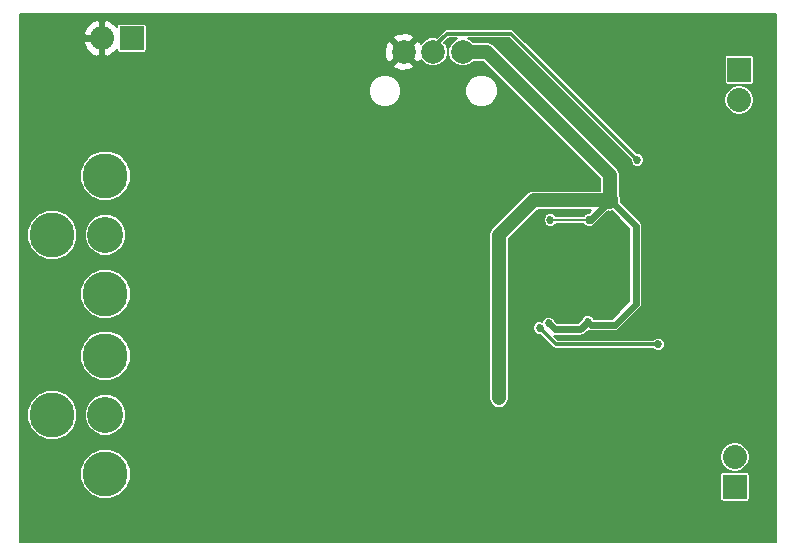
<source format=gbl>
G04 #@! TF.FileFunction,Copper,L2,Bot,Signal*
%FSLAX46Y46*%
G04 Gerber Fmt 4.6, Leading zero omitted, Abs format (unit mm)*
G04 Created by KiCad (PCBNEW 4.0.0-2.201512072331+6194~38~ubuntu14.04.1-stable) date Tue 16 Aug 2016 09:34:35 AM CEST*
%MOMM*%
G01*
G04 APERTURE LIST*
%ADD10C,0.100000*%
%ADD11C,0.685800*%
%ADD12C,3.810000*%
%ADD13C,3.048000*%
%ADD14R,2.032000X2.032000*%
%ADD15O,2.032000X2.032000*%
%ADD16C,2.000000*%
%ADD17R,7.800000X3.400000*%
%ADD18C,0.508000*%
%ADD19C,1.371600*%
%ADD20C,0.609600*%
%ADD21C,0.152400*%
%ADD22C,1.219200*%
%ADD23C,0.304800*%
G04 APERTURE END LIST*
D10*
D11*
X151130000Y-91440000D03*
X151130000Y-83820000D03*
X148590000Y-83820000D03*
X146050000Y-86360000D03*
X143510000Y-86360000D03*
X146050000Y-83820000D03*
D12*
X101600000Y-116840000D03*
X106095800Y-111836200D03*
X106095800Y-121843800D03*
D13*
X106095800Y-116840000D03*
D11*
X161290000Y-127000000D03*
X158750000Y-127000000D03*
X156210000Y-127000000D03*
X153670000Y-127000000D03*
X151130000Y-127000000D03*
X148590000Y-127000000D03*
X146050000Y-127000000D03*
X143510000Y-127000000D03*
X140970000Y-127000000D03*
X138430000Y-127000000D03*
X135890000Y-127000000D03*
X133350000Y-127000000D03*
X130810000Y-127000000D03*
X128270000Y-127000000D03*
X125730000Y-127000000D03*
X123190000Y-127000000D03*
X120650000Y-127000000D03*
X118110000Y-127000000D03*
X115570000Y-127000000D03*
X113030000Y-127000000D03*
X110490000Y-127000000D03*
X107950000Y-127000000D03*
X105410000Y-127000000D03*
X102870000Y-127000000D03*
X100330000Y-127000000D03*
X148590000Y-124460000D03*
X146050000Y-124460000D03*
X143510000Y-124460000D03*
X140970000Y-124460000D03*
X138430000Y-124460000D03*
X135890000Y-124460000D03*
X133350000Y-124460000D03*
X130810000Y-124460000D03*
X128270000Y-124460000D03*
X125730000Y-124460000D03*
X123190000Y-124460000D03*
X120650000Y-124460000D03*
X118110000Y-124460000D03*
X115570000Y-124460000D03*
X113030000Y-124460000D03*
X110490000Y-124460000D03*
X107950000Y-124460000D03*
X105410000Y-124460000D03*
X102870000Y-124460000D03*
X100330000Y-124460000D03*
X146050000Y-121920000D03*
X143510000Y-121920000D03*
X140970000Y-121920000D03*
X138430000Y-121920000D03*
X135890000Y-121920000D03*
X133350000Y-121920000D03*
X130810000Y-121920000D03*
X125730000Y-121920000D03*
X123190000Y-121920000D03*
X115570000Y-121920000D03*
X113030000Y-121920000D03*
X110490000Y-121920000D03*
X100330000Y-121920000D03*
X143510000Y-119380000D03*
X140970000Y-119380000D03*
X138430000Y-119380000D03*
X135890000Y-119380000D03*
X133350000Y-119380000D03*
X128270000Y-119380000D03*
X125730000Y-119380000D03*
X123190000Y-119380000D03*
X120650000Y-119380000D03*
X118110000Y-119380000D03*
X115570000Y-119380000D03*
X113030000Y-119380000D03*
X110490000Y-119380000D03*
X107950000Y-119380000D03*
X161290000Y-116840000D03*
X158750000Y-116840000D03*
X156210000Y-116840000D03*
X143510000Y-116840000D03*
X138430000Y-116840000D03*
X135890000Y-116840000D03*
X130810000Y-116840000D03*
X125730000Y-116840000D03*
X123190000Y-116840000D03*
X115570000Y-116840000D03*
X113030000Y-116840000D03*
X110490000Y-116840000D03*
X161290000Y-114300000D03*
X158750000Y-114300000D03*
X156210000Y-114300000D03*
X153670000Y-114300000D03*
X148590000Y-114300000D03*
X146050000Y-114300000D03*
X143510000Y-114300000D03*
X133350000Y-114300000D03*
X130810000Y-114300000D03*
X161290000Y-111760000D03*
X158750000Y-111760000D03*
X151130000Y-111760000D03*
X146050000Y-111760000D03*
X143510000Y-111760000D03*
X135890000Y-111760000D03*
X133350000Y-111760000D03*
X100330000Y-111760000D03*
X161290000Y-109220000D03*
X140970000Y-109220000D03*
X128270000Y-109220000D03*
X125730000Y-109220000D03*
X123190000Y-109220000D03*
X120650000Y-109220000D03*
X118110000Y-109220000D03*
X115570000Y-109220000D03*
X113030000Y-109220000D03*
X110490000Y-109220000D03*
X107950000Y-109220000D03*
X105410000Y-109220000D03*
X102870000Y-109220000D03*
X100330000Y-109220000D03*
X161290000Y-106680000D03*
X130810000Y-106680000D03*
X128270000Y-106680000D03*
X125730000Y-106680000D03*
X123190000Y-106680000D03*
X120650000Y-106680000D03*
X118110000Y-106680000D03*
X115570000Y-106680000D03*
X113030000Y-106680000D03*
X110490000Y-106680000D03*
X100330000Y-106680000D03*
X161290000Y-104140000D03*
X156210000Y-104140000D03*
X153670000Y-104140000D03*
X161290000Y-101600000D03*
X158750000Y-101600000D03*
X156210000Y-101600000D03*
X161290000Y-99060000D03*
X158750000Y-99060000D03*
X156210000Y-99060000D03*
X153670000Y-99060000D03*
X151130000Y-99060000D03*
X130810000Y-99060000D03*
X128270000Y-99060000D03*
X125730000Y-99060000D03*
X123190000Y-99060000D03*
X120650000Y-99060000D03*
X118110000Y-99060000D03*
X115570000Y-99060000D03*
X113030000Y-99060000D03*
X110490000Y-99060000D03*
X107950000Y-99060000D03*
X100330000Y-99060000D03*
X161290000Y-96520000D03*
X158750000Y-96520000D03*
X156210000Y-96520000D03*
X140970000Y-96520000D03*
X138430000Y-96520000D03*
X135890000Y-96520000D03*
X133350000Y-96520000D03*
X130810000Y-96520000D03*
X128270000Y-96520000D03*
X125730000Y-96520000D03*
X123190000Y-96520000D03*
X120650000Y-96520000D03*
X118110000Y-96520000D03*
X110490000Y-96520000D03*
X102870000Y-96520000D03*
X100330000Y-96520000D03*
X161290000Y-93980000D03*
X158750000Y-93980000D03*
X156210000Y-93980000D03*
X153670000Y-93980000D03*
X148590000Y-93980000D03*
X140970000Y-93980000D03*
X138430000Y-93980000D03*
X135890000Y-93980000D03*
X133350000Y-93980000D03*
X130810000Y-93980000D03*
X128270000Y-93980000D03*
X125730000Y-93980000D03*
X118110000Y-93980000D03*
X113030000Y-93980000D03*
X110490000Y-93980000D03*
X107950000Y-93980000D03*
X105410000Y-93980000D03*
X102870000Y-93980000D03*
X100330000Y-93980000D03*
X153670000Y-91440000D03*
X140970000Y-91440000D03*
X138430000Y-91440000D03*
X135890000Y-91440000D03*
X133350000Y-91440000D03*
X130810000Y-91440000D03*
X128270000Y-91440000D03*
X125730000Y-91440000D03*
X105410000Y-88900000D03*
X102870000Y-91440000D03*
X100330000Y-91440000D03*
X135890000Y-88900000D03*
X133350000Y-88900000D03*
X120650000Y-88900000D03*
X110490000Y-88900000D03*
X102870000Y-88900000D03*
X100330000Y-88900000D03*
X140970000Y-86360000D03*
X128270000Y-86360000D03*
X110490000Y-86360000D03*
X102870000Y-86360000D03*
X100330000Y-86360000D03*
X161290000Y-83820000D03*
X158750000Y-83820000D03*
X156210000Y-83820000D03*
X153670000Y-83820000D03*
X143510000Y-83820000D03*
X140970000Y-83820000D03*
X120650000Y-83820000D03*
X118110000Y-83820000D03*
X110490000Y-83820000D03*
X102870000Y-83820000D03*
D14*
X108331000Y-84963000D03*
D15*
X105791000Y-84963000D03*
D16*
X136358000Y-86106000D03*
X133858000Y-86106000D03*
X131358000Y-86106000D03*
D14*
X159766000Y-87630000D03*
D15*
X159766000Y-90170000D03*
D14*
X159385000Y-122936000D03*
D15*
X159385000Y-120396000D03*
D12*
X101600000Y-101600000D03*
X106095800Y-96596200D03*
X106095800Y-106603800D03*
D13*
X106095800Y-101600000D03*
D11*
X100330000Y-83820000D03*
D17*
X145288000Y-104648000D03*
D18*
X142038000Y-103598000D03*
X143338000Y-103598000D03*
X144638000Y-103598000D03*
X145938000Y-103598000D03*
X147238000Y-103598000D03*
X148538000Y-103598000D03*
X142038000Y-104648000D03*
X143338000Y-104648000D03*
X144638000Y-104648000D03*
X145938000Y-104648000D03*
X147238000Y-104648000D03*
X148538000Y-104648000D03*
X142038000Y-105698000D03*
X143338000Y-105698000D03*
X144638000Y-105698000D03*
X145938000Y-105698000D03*
X147238000Y-105698000D03*
X148538000Y-105698000D03*
D11*
X143637000Y-109093000D03*
X146939000Y-108966000D03*
X139446000Y-115443000D03*
D19*
X148844000Y-98679000D03*
D11*
X143764000Y-100330000D03*
X147066000Y-100330000D03*
X142875000Y-109474000D03*
X152908000Y-110871000D03*
X151130000Y-95250000D03*
D20*
X147066000Y-100330000D02*
X147193000Y-100330000D01*
X147193000Y-100330000D02*
X148844000Y-98679000D01*
X146939000Y-108966000D02*
X146304000Y-109601000D01*
X144145000Y-109601000D02*
X143637000Y-109093000D01*
X146304000Y-109601000D02*
X144145000Y-109601000D01*
X147193000Y-109220000D02*
X149225000Y-109220000D01*
X151003000Y-100838000D02*
X148844000Y-98679000D01*
X149225000Y-109220000D02*
X151003000Y-107442000D01*
X151003000Y-107442000D02*
X151003000Y-100838000D01*
X146939000Y-108966000D02*
X147193000Y-109220000D01*
D21*
X148844000Y-98552000D02*
X148844000Y-98679000D01*
D22*
X148844000Y-98552000D02*
X148844000Y-98806000D01*
X148844000Y-98679000D02*
X142367000Y-98679000D01*
X139446000Y-101600000D02*
X139446000Y-115443000D01*
X142367000Y-98679000D02*
X139446000Y-101600000D01*
X148844000Y-96520000D02*
X148844000Y-98679000D01*
X136358000Y-86106000D02*
X138430000Y-86106000D01*
X138430000Y-86106000D02*
X148844000Y-96520000D01*
D21*
X143764000Y-100330000D02*
X147066000Y-100330000D01*
D23*
X144272000Y-110871000D02*
X142875000Y-109474000D01*
X144272000Y-110871000D02*
X152908000Y-110871000D01*
X133858000Y-86106000D02*
X133858000Y-85725000D01*
X133858000Y-85725000D02*
X135001000Y-84582000D01*
X135001000Y-84582000D02*
X140462000Y-84582000D01*
X140462000Y-84582000D02*
X151130000Y-95250000D01*
D21*
G36*
X162891400Y-127585400D02*
X98855600Y-127585400D01*
X98855600Y-122266337D01*
X103961830Y-122266337D01*
X104285967Y-123050809D01*
X104885635Y-123651524D01*
X105669539Y-123977029D01*
X106518337Y-123977770D01*
X107302809Y-123653633D01*
X107903524Y-123053965D01*
X108229029Y-122270061D01*
X108229334Y-121920000D01*
X158135922Y-121920000D01*
X158135922Y-123952000D01*
X158151862Y-124036714D01*
X158201928Y-124114518D01*
X158278320Y-124166715D01*
X158369000Y-124185078D01*
X160401000Y-124185078D01*
X160485714Y-124169138D01*
X160563518Y-124119072D01*
X160615715Y-124042680D01*
X160634078Y-123952000D01*
X160634078Y-121920000D01*
X160618138Y-121835286D01*
X160568072Y-121757482D01*
X160491680Y-121705285D01*
X160401000Y-121686922D01*
X158369000Y-121686922D01*
X158284286Y-121702862D01*
X158206482Y-121752928D01*
X158154285Y-121829320D01*
X158135922Y-121920000D01*
X108229334Y-121920000D01*
X108229770Y-121421263D01*
X107905633Y-120636791D01*
X107665262Y-120396000D01*
X158116017Y-120396000D01*
X158210757Y-120872288D01*
X158480552Y-121276065D01*
X158884329Y-121545860D01*
X159360617Y-121640600D01*
X159409383Y-121640600D01*
X159885671Y-121545860D01*
X160289448Y-121276065D01*
X160559243Y-120872288D01*
X160653983Y-120396000D01*
X160559243Y-119919712D01*
X160289448Y-119515935D01*
X159885671Y-119246140D01*
X159409383Y-119151400D01*
X159360617Y-119151400D01*
X158884329Y-119246140D01*
X158480552Y-119515935D01*
X158210757Y-119919712D01*
X158116017Y-120396000D01*
X107665262Y-120396000D01*
X107305965Y-120036076D01*
X106522061Y-119710571D01*
X105673263Y-119709830D01*
X104888791Y-120033967D01*
X104288076Y-120633635D01*
X103962571Y-121417539D01*
X103961830Y-122266337D01*
X98855600Y-122266337D01*
X98855600Y-117262537D01*
X99466030Y-117262537D01*
X99790167Y-118047009D01*
X100389835Y-118647724D01*
X101173739Y-118973229D01*
X102022537Y-118973970D01*
X102807009Y-118649833D01*
X103407724Y-118050165D01*
X103733229Y-117266261D01*
X103733298Y-117187084D01*
X104342897Y-117187084D01*
X104609152Y-117831471D01*
X105101736Y-118324915D01*
X105745657Y-118592295D01*
X106442884Y-118592903D01*
X107087271Y-118326648D01*
X107580715Y-117834064D01*
X107848095Y-117190143D01*
X107848703Y-116492916D01*
X107582448Y-115848529D01*
X107089864Y-115355085D01*
X106445943Y-115087705D01*
X105748716Y-115087097D01*
X105104329Y-115353352D01*
X104610885Y-115845936D01*
X104343505Y-116489857D01*
X104342897Y-117187084D01*
X103733298Y-117187084D01*
X103733970Y-116417463D01*
X103409833Y-115632991D01*
X102810165Y-115032276D01*
X102026261Y-114706771D01*
X101177463Y-114706030D01*
X100392991Y-115030167D01*
X99792276Y-115629835D01*
X99466771Y-116413739D01*
X99466030Y-117262537D01*
X98855600Y-117262537D01*
X98855600Y-112258737D01*
X103961830Y-112258737D01*
X104285967Y-113043209D01*
X104885635Y-113643924D01*
X105669539Y-113969429D01*
X106518337Y-113970170D01*
X107302809Y-113646033D01*
X107903524Y-113046365D01*
X108229029Y-112262461D01*
X108229770Y-111413663D01*
X107905633Y-110629191D01*
X107305965Y-110028476D01*
X106522061Y-109702971D01*
X105673263Y-109702230D01*
X104888791Y-110026367D01*
X104288076Y-110626035D01*
X103962571Y-111409939D01*
X103961830Y-112258737D01*
X98855600Y-112258737D01*
X98855600Y-107026337D01*
X103961830Y-107026337D01*
X104285967Y-107810809D01*
X104885635Y-108411524D01*
X105669539Y-108737029D01*
X106518337Y-108737770D01*
X107302809Y-108413633D01*
X107903524Y-107813965D01*
X108229029Y-107030061D01*
X108229770Y-106181263D01*
X107905633Y-105396791D01*
X107305965Y-104796076D01*
X106522061Y-104470571D01*
X105673263Y-104469830D01*
X104888791Y-104793967D01*
X104288076Y-105393635D01*
X103962571Y-106177539D01*
X103961830Y-107026337D01*
X98855600Y-107026337D01*
X98855600Y-102022537D01*
X99466030Y-102022537D01*
X99790167Y-102807009D01*
X100389835Y-103407724D01*
X101173739Y-103733229D01*
X102022537Y-103733970D01*
X102807009Y-103409833D01*
X103407724Y-102810165D01*
X103733229Y-102026261D01*
X103733298Y-101947084D01*
X104342897Y-101947084D01*
X104609152Y-102591471D01*
X105101736Y-103084915D01*
X105745657Y-103352295D01*
X106442884Y-103352903D01*
X107087271Y-103086648D01*
X107580715Y-102594064D01*
X107848095Y-101950143D01*
X107848703Y-101252916D01*
X107582448Y-100608529D01*
X107089864Y-100115085D01*
X106445943Y-99847705D01*
X105748716Y-99847097D01*
X105104329Y-100113352D01*
X104610885Y-100605936D01*
X104343505Y-101249857D01*
X104342897Y-101947084D01*
X103733298Y-101947084D01*
X103733970Y-101177463D01*
X103409833Y-100392991D01*
X102810165Y-99792276D01*
X102026261Y-99466771D01*
X101177463Y-99466030D01*
X100392991Y-99790167D01*
X99792276Y-100389835D01*
X99466771Y-101173739D01*
X99466030Y-102022537D01*
X98855600Y-102022537D01*
X98855600Y-97018737D01*
X103961830Y-97018737D01*
X104285967Y-97803209D01*
X104885635Y-98403924D01*
X105669539Y-98729429D01*
X106518337Y-98730170D01*
X107302809Y-98406033D01*
X107903524Y-97806365D01*
X108229029Y-97022461D01*
X108229770Y-96173663D01*
X107905633Y-95389191D01*
X107305965Y-94788476D01*
X106522061Y-94462971D01*
X105673263Y-94462230D01*
X104888791Y-94786367D01*
X104288076Y-95386035D01*
X103962571Y-96169939D01*
X103961830Y-97018737D01*
X98855600Y-97018737D01*
X98855600Y-89679017D01*
X128379162Y-89679017D01*
X128588599Y-90185894D01*
X128976066Y-90574038D01*
X129482577Y-90784360D01*
X130031017Y-90784838D01*
X130537894Y-90575401D01*
X130926038Y-90187934D01*
X131136360Y-89681423D01*
X131136362Y-89679017D01*
X136579162Y-89679017D01*
X136788599Y-90185894D01*
X137176066Y-90574038D01*
X137682577Y-90784360D01*
X138231017Y-90784838D01*
X138737894Y-90575401D01*
X139126038Y-90187934D01*
X139336360Y-89681423D01*
X139336838Y-89132983D01*
X139127401Y-88626106D01*
X138739934Y-88237962D01*
X138233423Y-88027640D01*
X137684983Y-88027162D01*
X137178106Y-88236599D01*
X136789962Y-88624066D01*
X136579640Y-89130577D01*
X136579162Y-89679017D01*
X131136362Y-89679017D01*
X131136838Y-89132983D01*
X130927401Y-88626106D01*
X130539934Y-88237962D01*
X130033423Y-88027640D01*
X129484983Y-88027162D01*
X128978106Y-88236599D01*
X128589962Y-88624066D01*
X128379640Y-89130577D01*
X128379162Y-89679017D01*
X98855600Y-89679017D01*
X98855600Y-87262960D01*
X130452488Y-87262960D01*
X130558201Y-87509321D01*
X131156109Y-87708569D01*
X131784753Y-87663841D01*
X132157799Y-87509321D01*
X132263512Y-87262960D01*
X131358000Y-86357447D01*
X130452488Y-87262960D01*
X98855600Y-87262960D01*
X98855600Y-85387389D01*
X104248089Y-85387389D01*
X104527943Y-85945531D01*
X105000086Y-86354091D01*
X105366613Y-86505899D01*
X105613200Y-86406239D01*
X105613200Y-85140800D01*
X104346746Y-85140800D01*
X104248089Y-85387389D01*
X98855600Y-85387389D01*
X98855600Y-84538611D01*
X104248089Y-84538611D01*
X104346746Y-84785200D01*
X105613200Y-84785200D01*
X105613200Y-83519761D01*
X105968800Y-83519761D01*
X105968800Y-84785200D01*
X105988800Y-84785200D01*
X105988800Y-85140800D01*
X105968800Y-85140800D01*
X105968800Y-86406239D01*
X106215387Y-86505899D01*
X106581914Y-86354091D01*
X107054057Y-85945531D01*
X107081922Y-85889957D01*
X107081922Y-85979000D01*
X107097862Y-86063714D01*
X107147928Y-86141518D01*
X107224320Y-86193715D01*
X107315000Y-86212078D01*
X109347000Y-86212078D01*
X109431714Y-86196138D01*
X109509518Y-86146072D01*
X109561715Y-86069680D01*
X109580078Y-85979000D01*
X109580078Y-85904109D01*
X129755431Y-85904109D01*
X129800159Y-86532753D01*
X129954679Y-86905799D01*
X130201040Y-87011512D01*
X131106553Y-86106000D01*
X131609447Y-86106000D01*
X132514960Y-87011512D01*
X132761321Y-86905799D01*
X132804984Y-86774774D01*
X132815836Y-86801037D01*
X133161145Y-87146949D01*
X133612544Y-87334387D01*
X134101312Y-87334813D01*
X134553037Y-87148164D01*
X134898949Y-86802855D01*
X135086387Y-86351456D01*
X135086813Y-85862688D01*
X134900164Y-85410963D01*
X134805591Y-85316225D01*
X135158816Y-84963000D01*
X135907005Y-84963000D01*
X135662963Y-85063836D01*
X135317051Y-85409145D01*
X135129613Y-85860544D01*
X135129187Y-86349312D01*
X135315836Y-86801037D01*
X135661145Y-87146949D01*
X136112544Y-87334387D01*
X136601312Y-87334813D01*
X137053037Y-87148164D01*
X137257357Y-86944200D01*
X138082806Y-86944200D01*
X148005800Y-96867194D01*
X148005800Y-97840800D01*
X142367000Y-97840800D01*
X142046235Y-97904604D01*
X141774303Y-98086303D01*
X138853303Y-101007303D01*
X138671604Y-101279234D01*
X138671604Y-101279235D01*
X138607800Y-101600000D01*
X138607800Y-115443000D01*
X138671604Y-115763765D01*
X138853303Y-116035697D01*
X139125235Y-116217396D01*
X139446000Y-116281200D01*
X139766765Y-116217396D01*
X140038697Y-116035697D01*
X140220396Y-115763765D01*
X140284200Y-115443000D01*
X140284200Y-101947194D01*
X142714194Y-99517200D01*
X147251458Y-99517200D01*
X147010207Y-99758451D01*
X146952820Y-99758401D01*
X146742694Y-99845224D01*
X146581789Y-100005849D01*
X146573754Y-100025200D01*
X144256423Y-100025200D01*
X144248776Y-100006694D01*
X144088151Y-99845789D01*
X143878177Y-99758600D01*
X143650820Y-99758401D01*
X143440694Y-99845224D01*
X143279789Y-100005849D01*
X143192600Y-100215823D01*
X143192401Y-100443180D01*
X143279224Y-100653306D01*
X143439849Y-100814211D01*
X143649823Y-100901400D01*
X143877180Y-100901599D01*
X144087306Y-100814776D01*
X144248211Y-100654151D01*
X144256246Y-100634800D01*
X146573577Y-100634800D01*
X146581224Y-100653306D01*
X146741849Y-100814211D01*
X146951823Y-100901400D01*
X147179180Y-100901599D01*
X147344617Y-100833241D01*
X147397123Y-100822797D01*
X147570171Y-100707171D01*
X148668125Y-99609216D01*
X148844000Y-99644200D01*
X149019874Y-99609216D01*
X150469600Y-101058942D01*
X150469600Y-107221058D01*
X149004058Y-108686600D01*
X147441918Y-108686600D01*
X147423776Y-108642694D01*
X147263151Y-108481789D01*
X147053177Y-108394600D01*
X146825820Y-108394401D01*
X146615694Y-108481224D01*
X146454789Y-108641849D01*
X146416429Y-108734230D01*
X146083058Y-109067600D01*
X144365941Y-109067600D01*
X144159617Y-108861275D01*
X144121776Y-108769694D01*
X143961151Y-108608789D01*
X143751177Y-108521600D01*
X143523820Y-108521401D01*
X143313694Y-108608224D01*
X143152789Y-108768849D01*
X143081357Y-108940876D01*
X142989177Y-108902600D01*
X142761820Y-108902401D01*
X142551694Y-108989224D01*
X142390789Y-109149849D01*
X142303600Y-109359823D01*
X142303401Y-109587180D01*
X142390224Y-109797306D01*
X142550849Y-109958211D01*
X142760823Y-110045400D01*
X142907713Y-110045529D01*
X144002590Y-111140405D01*
X144002592Y-111140408D01*
X144076688Y-111189917D01*
X144126197Y-111222998D01*
X144272000Y-111252000D01*
X152480818Y-111252000D01*
X152583849Y-111355211D01*
X152793823Y-111442400D01*
X153021180Y-111442599D01*
X153231306Y-111355776D01*
X153392211Y-111195151D01*
X153479400Y-110985177D01*
X153479599Y-110757820D01*
X153392776Y-110547694D01*
X153232151Y-110386789D01*
X153022177Y-110299600D01*
X152794820Y-110299401D01*
X152584694Y-110386224D01*
X152480737Y-110490000D01*
X144429815Y-110490000D01*
X144056639Y-110116824D01*
X144145000Y-110134400D01*
X146304000Y-110134400D01*
X146508123Y-110093797D01*
X146681171Y-109978171D01*
X146681172Y-109978170D01*
X146963500Y-109695841D01*
X146988876Y-109712797D01*
X147193000Y-109753400D01*
X149225000Y-109753400D01*
X149429123Y-109712797D01*
X149602171Y-109597171D01*
X151380171Y-107819171D01*
X151495797Y-107646123D01*
X151536401Y-107442000D01*
X151536400Y-107441995D01*
X151536400Y-100838000D01*
X151495797Y-100633877D01*
X151380171Y-100460829D01*
X149758261Y-98838919D01*
X149758558Y-98497913D01*
X149682200Y-98313113D01*
X149682200Y-96520000D01*
X149618396Y-96199235D01*
X149618396Y-96199234D01*
X149436697Y-95927303D01*
X139022697Y-85513303D01*
X138750766Y-85331604D01*
X138430000Y-85267800D01*
X137257251Y-85267800D01*
X137054855Y-85065051D01*
X136809090Y-84963000D01*
X140304184Y-84963000D01*
X150558529Y-95217344D01*
X150558401Y-95363180D01*
X150645224Y-95573306D01*
X150805849Y-95734211D01*
X151015823Y-95821400D01*
X151243180Y-95821599D01*
X151453306Y-95734776D01*
X151614211Y-95574151D01*
X151701400Y-95364177D01*
X151701599Y-95136820D01*
X151614776Y-94926694D01*
X151454151Y-94765789D01*
X151244177Y-94678600D01*
X151097286Y-94678471D01*
X146588816Y-90170000D01*
X158497017Y-90170000D01*
X158591757Y-90646288D01*
X158861552Y-91050065D01*
X159265329Y-91319860D01*
X159741617Y-91414600D01*
X159790383Y-91414600D01*
X160266671Y-91319860D01*
X160670448Y-91050065D01*
X160940243Y-90646288D01*
X161034983Y-90170000D01*
X160940243Y-89693712D01*
X160670448Y-89289935D01*
X160266671Y-89020140D01*
X159790383Y-88925400D01*
X159741617Y-88925400D01*
X159265329Y-89020140D01*
X158861552Y-89289935D01*
X158591757Y-89693712D01*
X158497017Y-90170000D01*
X146588816Y-90170000D01*
X143032816Y-86614000D01*
X158516922Y-86614000D01*
X158516922Y-88646000D01*
X158532862Y-88730714D01*
X158582928Y-88808518D01*
X158659320Y-88860715D01*
X158750000Y-88879078D01*
X160782000Y-88879078D01*
X160866714Y-88863138D01*
X160944518Y-88813072D01*
X160996715Y-88736680D01*
X161015078Y-88646000D01*
X161015078Y-86614000D01*
X160999138Y-86529286D01*
X160949072Y-86451482D01*
X160872680Y-86399285D01*
X160782000Y-86380922D01*
X158750000Y-86380922D01*
X158665286Y-86396862D01*
X158587482Y-86446928D01*
X158535285Y-86523320D01*
X158516922Y-86614000D01*
X143032816Y-86614000D01*
X140731408Y-84312592D01*
X140607803Y-84230002D01*
X140462000Y-84201000D01*
X135001000Y-84201000D01*
X134855197Y-84230002D01*
X134731592Y-84312592D01*
X134148053Y-84896131D01*
X134103456Y-84877613D01*
X133614688Y-84877187D01*
X133162963Y-85063836D01*
X132817051Y-85409145D01*
X132810498Y-85424926D01*
X132761321Y-85306201D01*
X132514960Y-85200488D01*
X131609447Y-86106000D01*
X131106553Y-86106000D01*
X130201040Y-85200488D01*
X129954679Y-85306201D01*
X129755431Y-85904109D01*
X109580078Y-85904109D01*
X109580078Y-84949040D01*
X130452488Y-84949040D01*
X131358000Y-85854553D01*
X132263512Y-84949040D01*
X132157799Y-84702679D01*
X131559891Y-84503431D01*
X130931247Y-84548159D01*
X130558201Y-84702679D01*
X130452488Y-84949040D01*
X109580078Y-84949040D01*
X109580078Y-83947000D01*
X109564138Y-83862286D01*
X109514072Y-83784482D01*
X109437680Y-83732285D01*
X109347000Y-83713922D01*
X107315000Y-83713922D01*
X107230286Y-83729862D01*
X107152482Y-83779928D01*
X107100285Y-83856320D01*
X107081922Y-83947000D01*
X107081922Y-84036043D01*
X107054057Y-83980469D01*
X106581914Y-83571909D01*
X106215387Y-83420101D01*
X105968800Y-83519761D01*
X105613200Y-83519761D01*
X105366613Y-83420101D01*
X105000086Y-83571909D01*
X104527943Y-83980469D01*
X104248089Y-84538611D01*
X98855600Y-84538611D01*
X98855600Y-82853600D01*
X162891400Y-82853600D01*
X162891400Y-127585400D01*
X162891400Y-127585400D01*
G37*
X162891400Y-127585400D02*
X98855600Y-127585400D01*
X98855600Y-122266337D01*
X103961830Y-122266337D01*
X104285967Y-123050809D01*
X104885635Y-123651524D01*
X105669539Y-123977029D01*
X106518337Y-123977770D01*
X107302809Y-123653633D01*
X107903524Y-123053965D01*
X108229029Y-122270061D01*
X108229334Y-121920000D01*
X158135922Y-121920000D01*
X158135922Y-123952000D01*
X158151862Y-124036714D01*
X158201928Y-124114518D01*
X158278320Y-124166715D01*
X158369000Y-124185078D01*
X160401000Y-124185078D01*
X160485714Y-124169138D01*
X160563518Y-124119072D01*
X160615715Y-124042680D01*
X160634078Y-123952000D01*
X160634078Y-121920000D01*
X160618138Y-121835286D01*
X160568072Y-121757482D01*
X160491680Y-121705285D01*
X160401000Y-121686922D01*
X158369000Y-121686922D01*
X158284286Y-121702862D01*
X158206482Y-121752928D01*
X158154285Y-121829320D01*
X158135922Y-121920000D01*
X108229334Y-121920000D01*
X108229770Y-121421263D01*
X107905633Y-120636791D01*
X107665262Y-120396000D01*
X158116017Y-120396000D01*
X158210757Y-120872288D01*
X158480552Y-121276065D01*
X158884329Y-121545860D01*
X159360617Y-121640600D01*
X159409383Y-121640600D01*
X159885671Y-121545860D01*
X160289448Y-121276065D01*
X160559243Y-120872288D01*
X160653983Y-120396000D01*
X160559243Y-119919712D01*
X160289448Y-119515935D01*
X159885671Y-119246140D01*
X159409383Y-119151400D01*
X159360617Y-119151400D01*
X158884329Y-119246140D01*
X158480552Y-119515935D01*
X158210757Y-119919712D01*
X158116017Y-120396000D01*
X107665262Y-120396000D01*
X107305965Y-120036076D01*
X106522061Y-119710571D01*
X105673263Y-119709830D01*
X104888791Y-120033967D01*
X104288076Y-120633635D01*
X103962571Y-121417539D01*
X103961830Y-122266337D01*
X98855600Y-122266337D01*
X98855600Y-117262537D01*
X99466030Y-117262537D01*
X99790167Y-118047009D01*
X100389835Y-118647724D01*
X101173739Y-118973229D01*
X102022537Y-118973970D01*
X102807009Y-118649833D01*
X103407724Y-118050165D01*
X103733229Y-117266261D01*
X103733298Y-117187084D01*
X104342897Y-117187084D01*
X104609152Y-117831471D01*
X105101736Y-118324915D01*
X105745657Y-118592295D01*
X106442884Y-118592903D01*
X107087271Y-118326648D01*
X107580715Y-117834064D01*
X107848095Y-117190143D01*
X107848703Y-116492916D01*
X107582448Y-115848529D01*
X107089864Y-115355085D01*
X106445943Y-115087705D01*
X105748716Y-115087097D01*
X105104329Y-115353352D01*
X104610885Y-115845936D01*
X104343505Y-116489857D01*
X104342897Y-117187084D01*
X103733298Y-117187084D01*
X103733970Y-116417463D01*
X103409833Y-115632991D01*
X102810165Y-115032276D01*
X102026261Y-114706771D01*
X101177463Y-114706030D01*
X100392991Y-115030167D01*
X99792276Y-115629835D01*
X99466771Y-116413739D01*
X99466030Y-117262537D01*
X98855600Y-117262537D01*
X98855600Y-112258737D01*
X103961830Y-112258737D01*
X104285967Y-113043209D01*
X104885635Y-113643924D01*
X105669539Y-113969429D01*
X106518337Y-113970170D01*
X107302809Y-113646033D01*
X107903524Y-113046365D01*
X108229029Y-112262461D01*
X108229770Y-111413663D01*
X107905633Y-110629191D01*
X107305965Y-110028476D01*
X106522061Y-109702971D01*
X105673263Y-109702230D01*
X104888791Y-110026367D01*
X104288076Y-110626035D01*
X103962571Y-111409939D01*
X103961830Y-112258737D01*
X98855600Y-112258737D01*
X98855600Y-107026337D01*
X103961830Y-107026337D01*
X104285967Y-107810809D01*
X104885635Y-108411524D01*
X105669539Y-108737029D01*
X106518337Y-108737770D01*
X107302809Y-108413633D01*
X107903524Y-107813965D01*
X108229029Y-107030061D01*
X108229770Y-106181263D01*
X107905633Y-105396791D01*
X107305965Y-104796076D01*
X106522061Y-104470571D01*
X105673263Y-104469830D01*
X104888791Y-104793967D01*
X104288076Y-105393635D01*
X103962571Y-106177539D01*
X103961830Y-107026337D01*
X98855600Y-107026337D01*
X98855600Y-102022537D01*
X99466030Y-102022537D01*
X99790167Y-102807009D01*
X100389835Y-103407724D01*
X101173739Y-103733229D01*
X102022537Y-103733970D01*
X102807009Y-103409833D01*
X103407724Y-102810165D01*
X103733229Y-102026261D01*
X103733298Y-101947084D01*
X104342897Y-101947084D01*
X104609152Y-102591471D01*
X105101736Y-103084915D01*
X105745657Y-103352295D01*
X106442884Y-103352903D01*
X107087271Y-103086648D01*
X107580715Y-102594064D01*
X107848095Y-101950143D01*
X107848703Y-101252916D01*
X107582448Y-100608529D01*
X107089864Y-100115085D01*
X106445943Y-99847705D01*
X105748716Y-99847097D01*
X105104329Y-100113352D01*
X104610885Y-100605936D01*
X104343505Y-101249857D01*
X104342897Y-101947084D01*
X103733298Y-101947084D01*
X103733970Y-101177463D01*
X103409833Y-100392991D01*
X102810165Y-99792276D01*
X102026261Y-99466771D01*
X101177463Y-99466030D01*
X100392991Y-99790167D01*
X99792276Y-100389835D01*
X99466771Y-101173739D01*
X99466030Y-102022537D01*
X98855600Y-102022537D01*
X98855600Y-97018737D01*
X103961830Y-97018737D01*
X104285967Y-97803209D01*
X104885635Y-98403924D01*
X105669539Y-98729429D01*
X106518337Y-98730170D01*
X107302809Y-98406033D01*
X107903524Y-97806365D01*
X108229029Y-97022461D01*
X108229770Y-96173663D01*
X107905633Y-95389191D01*
X107305965Y-94788476D01*
X106522061Y-94462971D01*
X105673263Y-94462230D01*
X104888791Y-94786367D01*
X104288076Y-95386035D01*
X103962571Y-96169939D01*
X103961830Y-97018737D01*
X98855600Y-97018737D01*
X98855600Y-89679017D01*
X128379162Y-89679017D01*
X128588599Y-90185894D01*
X128976066Y-90574038D01*
X129482577Y-90784360D01*
X130031017Y-90784838D01*
X130537894Y-90575401D01*
X130926038Y-90187934D01*
X131136360Y-89681423D01*
X131136362Y-89679017D01*
X136579162Y-89679017D01*
X136788599Y-90185894D01*
X137176066Y-90574038D01*
X137682577Y-90784360D01*
X138231017Y-90784838D01*
X138737894Y-90575401D01*
X139126038Y-90187934D01*
X139336360Y-89681423D01*
X139336838Y-89132983D01*
X139127401Y-88626106D01*
X138739934Y-88237962D01*
X138233423Y-88027640D01*
X137684983Y-88027162D01*
X137178106Y-88236599D01*
X136789962Y-88624066D01*
X136579640Y-89130577D01*
X136579162Y-89679017D01*
X131136362Y-89679017D01*
X131136838Y-89132983D01*
X130927401Y-88626106D01*
X130539934Y-88237962D01*
X130033423Y-88027640D01*
X129484983Y-88027162D01*
X128978106Y-88236599D01*
X128589962Y-88624066D01*
X128379640Y-89130577D01*
X128379162Y-89679017D01*
X98855600Y-89679017D01*
X98855600Y-87262960D01*
X130452488Y-87262960D01*
X130558201Y-87509321D01*
X131156109Y-87708569D01*
X131784753Y-87663841D01*
X132157799Y-87509321D01*
X132263512Y-87262960D01*
X131358000Y-86357447D01*
X130452488Y-87262960D01*
X98855600Y-87262960D01*
X98855600Y-85387389D01*
X104248089Y-85387389D01*
X104527943Y-85945531D01*
X105000086Y-86354091D01*
X105366613Y-86505899D01*
X105613200Y-86406239D01*
X105613200Y-85140800D01*
X104346746Y-85140800D01*
X104248089Y-85387389D01*
X98855600Y-85387389D01*
X98855600Y-84538611D01*
X104248089Y-84538611D01*
X104346746Y-84785200D01*
X105613200Y-84785200D01*
X105613200Y-83519761D01*
X105968800Y-83519761D01*
X105968800Y-84785200D01*
X105988800Y-84785200D01*
X105988800Y-85140800D01*
X105968800Y-85140800D01*
X105968800Y-86406239D01*
X106215387Y-86505899D01*
X106581914Y-86354091D01*
X107054057Y-85945531D01*
X107081922Y-85889957D01*
X107081922Y-85979000D01*
X107097862Y-86063714D01*
X107147928Y-86141518D01*
X107224320Y-86193715D01*
X107315000Y-86212078D01*
X109347000Y-86212078D01*
X109431714Y-86196138D01*
X109509518Y-86146072D01*
X109561715Y-86069680D01*
X109580078Y-85979000D01*
X109580078Y-85904109D01*
X129755431Y-85904109D01*
X129800159Y-86532753D01*
X129954679Y-86905799D01*
X130201040Y-87011512D01*
X131106553Y-86106000D01*
X131609447Y-86106000D01*
X132514960Y-87011512D01*
X132761321Y-86905799D01*
X132804984Y-86774774D01*
X132815836Y-86801037D01*
X133161145Y-87146949D01*
X133612544Y-87334387D01*
X134101312Y-87334813D01*
X134553037Y-87148164D01*
X134898949Y-86802855D01*
X135086387Y-86351456D01*
X135086813Y-85862688D01*
X134900164Y-85410963D01*
X134805591Y-85316225D01*
X135158816Y-84963000D01*
X135907005Y-84963000D01*
X135662963Y-85063836D01*
X135317051Y-85409145D01*
X135129613Y-85860544D01*
X135129187Y-86349312D01*
X135315836Y-86801037D01*
X135661145Y-87146949D01*
X136112544Y-87334387D01*
X136601312Y-87334813D01*
X137053037Y-87148164D01*
X137257357Y-86944200D01*
X138082806Y-86944200D01*
X148005800Y-96867194D01*
X148005800Y-97840800D01*
X142367000Y-97840800D01*
X142046235Y-97904604D01*
X141774303Y-98086303D01*
X138853303Y-101007303D01*
X138671604Y-101279234D01*
X138671604Y-101279235D01*
X138607800Y-101600000D01*
X138607800Y-115443000D01*
X138671604Y-115763765D01*
X138853303Y-116035697D01*
X139125235Y-116217396D01*
X139446000Y-116281200D01*
X139766765Y-116217396D01*
X140038697Y-116035697D01*
X140220396Y-115763765D01*
X140284200Y-115443000D01*
X140284200Y-101947194D01*
X142714194Y-99517200D01*
X147251458Y-99517200D01*
X147010207Y-99758451D01*
X146952820Y-99758401D01*
X146742694Y-99845224D01*
X146581789Y-100005849D01*
X146573754Y-100025200D01*
X144256423Y-100025200D01*
X144248776Y-100006694D01*
X144088151Y-99845789D01*
X143878177Y-99758600D01*
X143650820Y-99758401D01*
X143440694Y-99845224D01*
X143279789Y-100005849D01*
X143192600Y-100215823D01*
X143192401Y-100443180D01*
X143279224Y-100653306D01*
X143439849Y-100814211D01*
X143649823Y-100901400D01*
X143877180Y-100901599D01*
X144087306Y-100814776D01*
X144248211Y-100654151D01*
X144256246Y-100634800D01*
X146573577Y-100634800D01*
X146581224Y-100653306D01*
X146741849Y-100814211D01*
X146951823Y-100901400D01*
X147179180Y-100901599D01*
X147344617Y-100833241D01*
X147397123Y-100822797D01*
X147570171Y-100707171D01*
X148668125Y-99609216D01*
X148844000Y-99644200D01*
X149019874Y-99609216D01*
X150469600Y-101058942D01*
X150469600Y-107221058D01*
X149004058Y-108686600D01*
X147441918Y-108686600D01*
X147423776Y-108642694D01*
X147263151Y-108481789D01*
X147053177Y-108394600D01*
X146825820Y-108394401D01*
X146615694Y-108481224D01*
X146454789Y-108641849D01*
X146416429Y-108734230D01*
X146083058Y-109067600D01*
X144365941Y-109067600D01*
X144159617Y-108861275D01*
X144121776Y-108769694D01*
X143961151Y-108608789D01*
X143751177Y-108521600D01*
X143523820Y-108521401D01*
X143313694Y-108608224D01*
X143152789Y-108768849D01*
X143081357Y-108940876D01*
X142989177Y-108902600D01*
X142761820Y-108902401D01*
X142551694Y-108989224D01*
X142390789Y-109149849D01*
X142303600Y-109359823D01*
X142303401Y-109587180D01*
X142390224Y-109797306D01*
X142550849Y-109958211D01*
X142760823Y-110045400D01*
X142907713Y-110045529D01*
X144002590Y-111140405D01*
X144002592Y-111140408D01*
X144076688Y-111189917D01*
X144126197Y-111222998D01*
X144272000Y-111252000D01*
X152480818Y-111252000D01*
X152583849Y-111355211D01*
X152793823Y-111442400D01*
X153021180Y-111442599D01*
X153231306Y-111355776D01*
X153392211Y-111195151D01*
X153479400Y-110985177D01*
X153479599Y-110757820D01*
X153392776Y-110547694D01*
X153232151Y-110386789D01*
X153022177Y-110299600D01*
X152794820Y-110299401D01*
X152584694Y-110386224D01*
X152480737Y-110490000D01*
X144429815Y-110490000D01*
X144056639Y-110116824D01*
X144145000Y-110134400D01*
X146304000Y-110134400D01*
X146508123Y-110093797D01*
X146681171Y-109978171D01*
X146681172Y-109978170D01*
X146963500Y-109695841D01*
X146988876Y-109712797D01*
X147193000Y-109753400D01*
X149225000Y-109753400D01*
X149429123Y-109712797D01*
X149602171Y-109597171D01*
X151380171Y-107819171D01*
X151495797Y-107646123D01*
X151536401Y-107442000D01*
X151536400Y-107441995D01*
X151536400Y-100838000D01*
X151495797Y-100633877D01*
X151380171Y-100460829D01*
X149758261Y-98838919D01*
X149758558Y-98497913D01*
X149682200Y-98313113D01*
X149682200Y-96520000D01*
X149618396Y-96199235D01*
X149618396Y-96199234D01*
X149436697Y-95927303D01*
X139022697Y-85513303D01*
X138750766Y-85331604D01*
X138430000Y-85267800D01*
X137257251Y-85267800D01*
X137054855Y-85065051D01*
X136809090Y-84963000D01*
X140304184Y-84963000D01*
X150558529Y-95217344D01*
X150558401Y-95363180D01*
X150645224Y-95573306D01*
X150805849Y-95734211D01*
X151015823Y-95821400D01*
X151243180Y-95821599D01*
X151453306Y-95734776D01*
X151614211Y-95574151D01*
X151701400Y-95364177D01*
X151701599Y-95136820D01*
X151614776Y-94926694D01*
X151454151Y-94765789D01*
X151244177Y-94678600D01*
X151097286Y-94678471D01*
X146588816Y-90170000D01*
X158497017Y-90170000D01*
X158591757Y-90646288D01*
X158861552Y-91050065D01*
X159265329Y-91319860D01*
X159741617Y-91414600D01*
X159790383Y-91414600D01*
X160266671Y-91319860D01*
X160670448Y-91050065D01*
X160940243Y-90646288D01*
X161034983Y-90170000D01*
X160940243Y-89693712D01*
X160670448Y-89289935D01*
X160266671Y-89020140D01*
X159790383Y-88925400D01*
X159741617Y-88925400D01*
X159265329Y-89020140D01*
X158861552Y-89289935D01*
X158591757Y-89693712D01*
X158497017Y-90170000D01*
X146588816Y-90170000D01*
X143032816Y-86614000D01*
X158516922Y-86614000D01*
X158516922Y-88646000D01*
X158532862Y-88730714D01*
X158582928Y-88808518D01*
X158659320Y-88860715D01*
X158750000Y-88879078D01*
X160782000Y-88879078D01*
X160866714Y-88863138D01*
X160944518Y-88813072D01*
X160996715Y-88736680D01*
X161015078Y-88646000D01*
X161015078Y-86614000D01*
X160999138Y-86529286D01*
X160949072Y-86451482D01*
X160872680Y-86399285D01*
X160782000Y-86380922D01*
X158750000Y-86380922D01*
X158665286Y-86396862D01*
X158587482Y-86446928D01*
X158535285Y-86523320D01*
X158516922Y-86614000D01*
X143032816Y-86614000D01*
X140731408Y-84312592D01*
X140607803Y-84230002D01*
X140462000Y-84201000D01*
X135001000Y-84201000D01*
X134855197Y-84230002D01*
X134731592Y-84312592D01*
X134148053Y-84896131D01*
X134103456Y-84877613D01*
X133614688Y-84877187D01*
X133162963Y-85063836D01*
X132817051Y-85409145D01*
X132810498Y-85424926D01*
X132761321Y-85306201D01*
X132514960Y-85200488D01*
X131609447Y-86106000D01*
X131106553Y-86106000D01*
X130201040Y-85200488D01*
X129954679Y-85306201D01*
X129755431Y-85904109D01*
X109580078Y-85904109D01*
X109580078Y-84949040D01*
X130452488Y-84949040D01*
X131358000Y-85854553D01*
X132263512Y-84949040D01*
X132157799Y-84702679D01*
X131559891Y-84503431D01*
X130931247Y-84548159D01*
X130558201Y-84702679D01*
X130452488Y-84949040D01*
X109580078Y-84949040D01*
X109580078Y-83947000D01*
X109564138Y-83862286D01*
X109514072Y-83784482D01*
X109437680Y-83732285D01*
X109347000Y-83713922D01*
X107315000Y-83713922D01*
X107230286Y-83729862D01*
X107152482Y-83779928D01*
X107100285Y-83856320D01*
X107081922Y-83947000D01*
X107081922Y-84036043D01*
X107054057Y-83980469D01*
X106581914Y-83571909D01*
X106215387Y-83420101D01*
X105968800Y-83519761D01*
X105613200Y-83519761D01*
X105366613Y-83420101D01*
X105000086Y-83571909D01*
X104527943Y-83980469D01*
X104248089Y-84538611D01*
X98855600Y-84538611D01*
X98855600Y-82853600D01*
X162891400Y-82853600D01*
X162891400Y-127585400D01*
M02*

</source>
